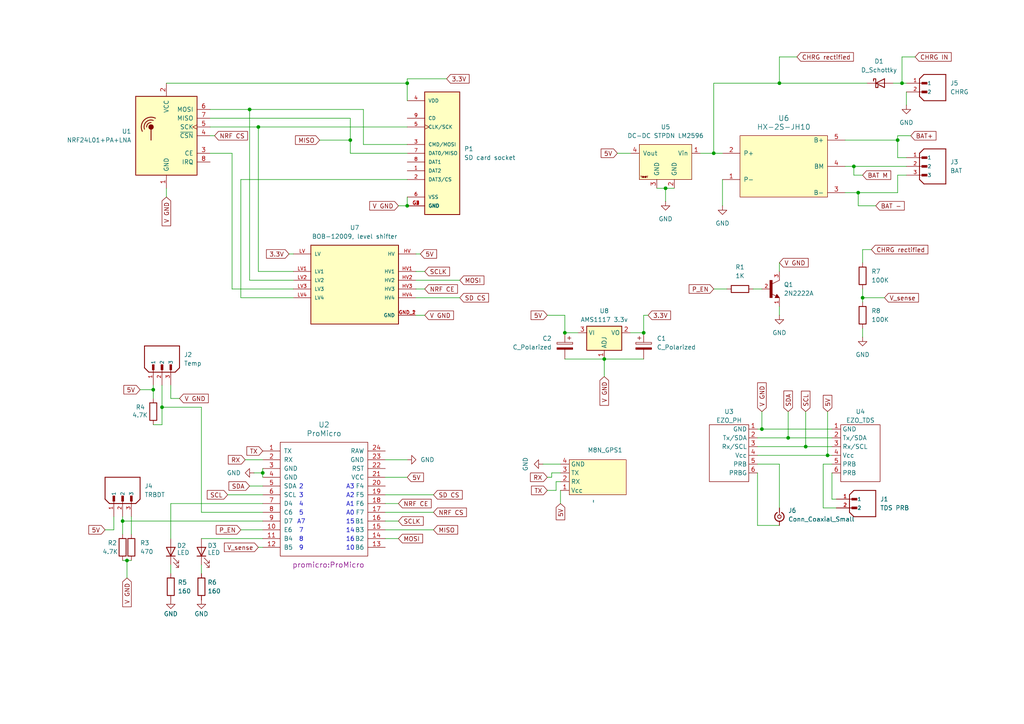
<source format=kicad_sch>
(kicad_sch (version 20231120) (generator "eeschema") (generator_version "8.0")
  (paper "A4")
  (lib_symbols
    (symbol "2N2222A:2N2222A" (pin_names (offset 1.016))
      (property "Reference" "Q" (at -10.16 7.62 0))
      (property "Value" "2N2222A" (at -10.16 -7.62 0))
      (symbol "2N2222A_0_0"
        (rectangle (start -0.254 -2.54) (end 0.508 2.54) (stroke (width 0.1)) (fill (type outline)))
        (polyline (pts (xy 1.54 -2.04) (xy 0.308 -1.424)) (stroke (width 0.1524)))
        (polyline (pts (xy 2.54 2.54) (xy 0.508 1.524)) (stroke (width 0.1524)))
        (polyline (pts (xy 1.27 -2.54) (xy 1.778 -1.524) (xy 2.54 -2.54) (xy 1.27 -2.54)) (stroke (width 0.1524)) (fill (type outline)))
        (pin passive line (at 2.54 -5.08 90) (length 2.54) (name "~") (number "1"))
        (pin passive line (at -2.54 0 0) (length 2.54) (name "~") (number "2"))
        (pin passive line (at 2.54 5.08 270) (length 2.54) (name "~") (number "3"))
      )
    )
    (symbol "B2B-XH-A_LF__SN_:B2B-XH-A_LF__SN_" (pin_names (offset 1.016))
      (property "Reference" "J" (at -2.54 6.35 0))
      (property "Value" "B2B-XH-A_LF__SN_" (at -2.54 -5.08 0))
      (symbol "B2B-XH-A_LF__SN__0_0"
        (rectangle (start -3.175 -0.3175) (end -1.5875 0.3175) (stroke (width 0.1)) (fill (type outline)))
        (rectangle (start -3.175 2.2225) (end -1.5875 2.8575) (stroke (width 0.1)) (fill (type outline)))
        (polyline (pts (xy -3.81 -1.27) (xy -2.54 -2.54)) (stroke (width 0.254)))
        (polyline (pts (xy -3.81 3.81) (xy -3.81 -1.27)) (stroke (width 0.254)))
        (polyline (pts (xy -3.81 3.81) (xy -2.54 5.08)) (stroke (width 0.254)))
        (polyline (pts (xy -2.54 -2.54) (xy 3.81 -2.54)) (stroke (width 0.254)))
        (polyline (pts (xy 3.81 -2.54) (xy 3.81 5.08)) (stroke (width 0.254)))
        (polyline (pts (xy 3.81 5.08) (xy -2.54 5.08)) (stroke (width 0.254)))
        (pin passive line (at -7.62 2.54 0) (length 5.08) (name "1") (number "1"))
        (pin passive line (at -7.62 0 0) (length 5.08) (name "2") (number "2"))
      )
    )
    (symbol "Connector:Conn_Coaxial_Small" (pin_numbers hide) (pin_names (offset 1.016) hide)
      (property "Reference" "J" (at 0.254 3.048 0))
      (property "Value" "Conn_Coaxial_Small" (at 0 -3.81 0))
      (symbol "Conn_Coaxial_Small_0_1"
        (polyline (pts (xy -2.54 0) (xy -0.508 0)))
        (circle (center 0 0) (radius 0.508) (stroke (width 0.2032)))
      )
      (symbol "Conn_Coaxial_Small_1_1"
        (arc (start -1.1916 -0.6311) (mid 0.327 -1.3081) (end 1.3484 0.0039) (stroke (width 0.3048)))
        (arc (start 1.3484 -0.0039) (mid 0.327 1.3081) (end -1.1916 0.6311) (stroke (width 0.3048)))
        (pin passive line (at -2.54 0 0) (length 1.27) (name "In") (number "1"))
        (pin passive line (at 2.54 0 180) (length 1.27) (name "Ext") (number "2"))
      )
    )
    (symbol "Custom Libraries:Ublox_Neo_M8N_GPS"
      (property "Reference" "M8N_GPS" (at 6.604 8.636 0))
      (symbol "Ublox_Neo_M8N_GPS_1_1"
        (rectangle (start 11.43 6.35) (end 1.27 -10.16) (fill (type background)))
        (pin power_in line (at 10.16 -12.7 90) (length 2.54) (name "Vcc") (number "1"))
        (pin input line (at 7.62 -12.7 90) (length 2.54) (name "RX") (number "2"))
        (pin output line (at 5.08 -12.7 90) (length 2.54) (name "TX") (number "3"))
        (pin power_out line (at 2.54 -12.7 90) (length 2.54) (name "GND") (number "4"))
      )
    )
    (symbol "Device:C_Polarized" (pin_numbers hide) (pin_names (offset 0.254))
      (property "Reference" "C" (at 0.635 2.54 0))
      (property "Value" "C_Polarized" (at 0.635 -2.54 0))
      (symbol "C_Polarized_0_1"
        (rectangle (start -2.286 0.508) (end 2.286 1.016))
        (polyline (pts (xy -1.778 2.286) (xy -0.762 2.286)))
        (polyline (pts (xy -1.27 2.794) (xy -1.27 1.778)))
        (rectangle (start 2.286 -0.508) (end -2.286 -1.016) (fill (type outline)))
      )
      (symbol "C_Polarized_1_1"
        (pin passive line (at 0 3.81 270) (length 2.794) (name "~") (number "1"))
        (pin passive line (at 0 -3.81 90) (length 2.794) (name "~") (number "2"))
      )
    )
    (symbol "Device:D_Schottky" (pin_numbers hide) (pin_names (offset 1.016) hide)
      (property "Reference" "D" (at 0 2.54 0))
      (property "Value" "D_Schottky" (at 0 -2.54 0))
      (symbol "D_Schottky_0_1"
        (polyline (pts (xy 1.27 0) (xy -1.27 0)))
        (polyline (pts (xy 1.27 1.27) (xy 1.27 -1.27) (xy -1.27 0) (xy 1.27 1.27)) (stroke (width 0.254)))
        (polyline (pts (xy -1.905 0.635) (xy -1.905 1.27) (xy -1.27 1.27) (xy -1.27 -1.27) (xy -0.635 -1.27) (xy -0.635 -0.635)) (stroke (width 0.254)))
      )
      (symbol "D_Schottky_1_1"
        (pin passive line (at -3.81 0 0) (length 2.54) (name "K") (number "1"))
        (pin passive line (at 3.81 0 180) (length 2.54) (name "A") (number "2"))
      )
    )
    (symbol "Device:LED" (pin_numbers hide) (pin_names (offset 1.016) hide)
      (property "Reference" "D" (at 0 2.54 0))
      (property "Value" "LED" (at 0 -2.54 0))
      (symbol "LED_0_1"
        (polyline (pts (xy -1.27 -1.27) (xy -1.27 1.27)) (stroke (width 0.254)))
        (polyline (pts (xy -1.27 0) (xy 1.27 0)))
        (polyline (pts (xy 1.27 -1.27) (xy 1.27 1.27) (xy -1.27 0) (xy 1.27 -1.27)) (stroke (width 0.254)))
        (polyline (pts (xy -3.048 -0.762) (xy -4.572 -2.286) (xy -3.81 -2.286) (xy -4.572 -2.286) (xy -4.572 -1.524)))
        (polyline (pts (xy -1.778 -0.762) (xy -3.302 -2.286) (xy -2.54 -2.286) (xy -3.302 -2.286) (xy -3.302 -1.524)))
      )
      (symbol "LED_1_1"
        (pin passive line (at -3.81 0 0) (length 2.54) (name "K") (number "1"))
        (pin passive line (at 3.81 0 180) (length 2.54) (name "A") (number "2"))
      )
    )
    (symbol "Device:R" (pin_numbers hide) (pin_names (offset 0))
      (property "Reference" "R" (at 2.032 0 90))
      (property "Value" "R" (at 0 0 90))
      (symbol "R_0_1"
        (rectangle (start -1.016 -2.54) (end 1.016 2.54) (stroke (width 0.254)))
      )
      (symbol "R_1_1"
        (pin passive line (at 0 3.81 270) (length 1.27) (name "~") (number "1"))
        (pin passive line (at 0 -3.81 90) (length 1.27) (name "~") (number "2"))
      )
    )
    (symbol "EZO_PH_1"
      (property "Reference" "U4" (at -3.175 6.35 0))
      (property "Value" "EZO_TDS" (at -3.175 3.81 0))
      (symbol "EZO_PH_1_0_1"
        (rectangle (start -8.89 2.54) (end 2.54 -13.97))
      )
      (symbol "EZO_PH_1_1_1"
        (pin input line (at 5.08 1.27 180) (length 2.54) (name "GND") (number "1"))
        (pin input line (at 5.08 -1.27 180) (length 2.54) (name "Tx/SDA") (number "2"))
        (pin input line (at 5.08 -3.81 180) (length 2.54) (name "Rx/SCL") (number "3"))
        (pin input line (at 5.08 -6.35 180) (length 2.54) (name "Vcc") (number "4"))
        (pin input line (at 5.08 -8.89 180) (length 2.54) (name "PRB") (number "5"))
        (pin input line (at 5.08 -11.43 180) (length 2.54) (name "PRB") (number "6"))
      )
    )
    (symbol "EZO_custom libraries:EZO_PH"
      (property "Reference" "U3" (at -3.175 6.35 0))
      (property "Value" "EZO_PH" (at -3.175 3.81 0))
      (symbol "EZO_PH_0_1"
        (rectangle (start -8.89 2.54) (end 2.54 -13.97))
      )
      (symbol "EZO_PH_1_1"
        (pin input line (at 5.08 1.27 180) (length 2.54) (name "GND") (number "1"))
        (pin input line (at 5.08 -1.27 180) (length 2.54) (name "Tx/SDA") (number "2"))
        (pin input line (at 5.08 -3.81 180) (length 2.54) (name "Rx/SCL") (number "3"))
        (pin input line (at 5.08 -6.35 180) (length 2.54) (name "Vcc") (number "4"))
        (pin input line (at 5.08 -8.89 180) (length 2.54) (name "PRB") (number "5"))
        (pin input line (at 5.08 -11.43 180) (length 2.54) (name "PRBG") (number "6"))
      )
    )
    (symbol "Logic_level_shifter:BOB-12009" (pin_names (offset 1.016))
      (property "Reference" "U" (at -12.7 11.43 0))
      (property "Value" "BOB-12009" (at -12.7 -15.24 0))
      (symbol "BOB-12009_0_0"
        (rectangle (start -12.7 -12.7) (end 12.7 10.16) (stroke (width 0.254)) (fill (type background)))
        (pin power_in line (at 17.78 -10.16 180) (length 5.08) (name "GND") (number "GND_1"))
        (pin power_in line (at 17.78 -10.16 180) (length 5.08) (name "GND") (number "GND_2"))
        (pin bidirectional line (at 17.78 7.62 180) (length 5.08) (name "HV") (number "HV"))
        (pin bidirectional line (at 17.78 2.54 180) (length 5.08) (name "HV1") (number "HV1"))
        (pin bidirectional line (at 17.78 0 180) (length 5.08) (name "HV2") (number "HV2"))
        (pin bidirectional line (at 17.78 -2.54 180) (length 5.08) (name "HV3") (number "HV3"))
        (pin bidirectional line (at 17.78 -5.08 180) (length 5.08) (name "HV4") (number "HV4"))
        (pin bidirectional line (at -17.78 7.62 0) (length 5.08) (name "LV") (number "LV"))
        (pin bidirectional line (at -17.78 2.54 0) (length 5.08) (name "LV1") (number "LV1"))
        (pin bidirectional line (at -17.78 0 0) (length 5.08) (name "LV2") (number "LV2"))
        (pin bidirectional line (at -17.78 -2.54 0) (length 5.08) (name "LV3") (number "LV3"))
        (pin bidirectional line (at -17.78 -5.08 0) (length 5.08) (name "LV4") (number "LV4"))
      )
    )
    (symbol "RF:NRF24L01_Breakout" (pin_names (offset 1.016))
      (property "Reference" "U" (at -8.89 12.7 0))
      (property "Value" "NRF24L01_Breakout" (at 3.81 12.7 0))
      (symbol "NRF24L01_Breakout_0_1"
        (rectangle (start -8.89 11.43) (end 8.89 -11.43) (stroke (width 0.254)) (fill (type background)))
        (polyline (pts (xy 4.445 1.905) (xy 4.445 -1.27)) (stroke (width 0.254)))
        (circle (center 4.445 2.54) (radius 0.635) (stroke (width 0.254)) (fill (type outline)))
        (arc (start 5.715 2.54) (mid 5.3521 3.4546) (end 4.445 3.81) (stroke (width 0.254)))
        (arc (start 6.35 1.905) (mid 5.8763 3.9854) (end 3.81 4.445) (stroke (width 0.254)))
        (arc (start 6.985 1.27) (mid 6.453 4.548) (end 3.175 5.08) (stroke (width 0.254)))
      )
      (symbol "NRF24L01_Breakout_1_1"
        (pin power_in line (at 0 -15.24 90) (length 3.81) (name "GND") (number "1"))
        (pin power_in line (at 0 15.24 270) (length 3.81) (name "VCC") (number "2"))
        (pin input line (at -12.7 -5.08 0) (length 3.81) (name "CE") (number "3"))
        (pin input line (at -12.7 0 0) (length 3.81) (name "~{CSN}") (number "4"))
        (pin input clock (at -12.7 2.54 0) (length 3.81) (name "SCK") (number "5"))
        (pin input line (at -12.7 7.62 0) (length 3.81) (name "MOSI") (number "6"))
        (pin output line (at -12.7 5.08 0) (length 3.81) (name "MISO") (number "7"))
        (pin output line (at -12.7 -7.62 0) (length 3.81) (name "IRQ") (number "8"))
      )
    )
    (symbol "Regulator_Linear:AMS1117"
      (property "Reference" "U" (at -3.81 3.175 0))
      (property "Value" "AMS1117" (at 0 3.175 0))
      (symbol "AMS1117_0_1"
        (rectangle (start -5.08 -5.08) (end 5.08 1.905) (stroke (width 0.254)) (fill (type background)))
      )
      (symbol "AMS1117_1_1"
        (pin input line (at 0 -7.62 90) (length 2.54) (name "ADJ") (number "1"))
        (pin power_out line (at 7.62 0 180) (length 2.54) (name "VO") (number "2"))
        (pin power_in line (at -7.62 0 0) (length 2.54) (name "VI") (number "3"))
      )
    )
    (symbol "ST-TF-003A:ST-TF-003A" (pin_names (offset 1.016))
      (property "Reference" "P1" (at 11.43 1.2701 0))
      (property "Value" "SD card socket" (at 11.43 -1.2699 0))
      (symbol "ST-TF-003A_0_0"
        (rectangle (start 0 -17.78) (end 10.16 17.78) (stroke (width 0.254)) (fill (type background)))
        (pin bidirectional line (at -5.08 -5.08 0) (length 5.08) (name "DAT2") (number "1"))
        (pin power_in line (at -5.08 15.24 0) (length 5.08) (name "VDD") (number "4"))
        (pin passive line (at -5.08 -12.7 0) (length 5.08) (name "VSS") (number "6"))
        (pin bidirectional line (at -5.08 -2.54 0) (length 5.08) (name "DAT1") (number "8"))
        (pin input line (at -5.08 10.16 0) (length 5.08) (name "CD") (number "9"))
        (pin passive line (at -5.08 -15.24 0) (length 5.08) (name "GND") (number "G3"))
        (pin passive line (at -5.08 -15.24 0) (length 5.08) (name "GND") (number "G4"))
      )
      (symbol "ST-TF-003A_1_0"
        (pin bidirectional line (at -5.08 -7.62 0) (length 5.08) (name "DAT3/CS") (number "2"))
        (pin bidirectional line (at -5.08 2.54 0) (length 5.08) (name "CMD/MOSI") (number "3"))
        (pin input clock (at -5.08 7.62 0) (length 5.08) (name "CLK/SCK") (number "5"))
        (pin bidirectional line (at -5.08 0 0) (length 5.08) (name "DAT0/MISO") (number "7"))
        (pin passive line (at -5.08 -15.24 0) (length 5.08) (name "GND") (number "G1"))
        (pin passive line (at -5.08 -15.24 0) (length 5.08) (name "GND") (number "G2"))
      )
    )
    (symbol "XH2.54:B3B-XH-A_LF__SN_" (pin_names (offset 1.016))
      (property "Reference" "J" (at -2.54 6.35 0))
      (property "Value" "B3B-XH-A_LF__SN_" (at -2.54 -7.62 0))
      (symbol "B3B-XH-A_LF__SN__0_0"
        (rectangle (start -3.175 -2.8575) (end -1.5875 -2.2225) (stroke (width 0.1)) (fill (type outline)))
        (rectangle (start -3.175 -0.3175) (end -1.5875 0.3175) (stroke (width 0.1)) (fill (type outline)))
        (rectangle (start -3.175 2.2225) (end -1.5875 2.8575) (stroke (width 0.1)) (fill (type outline)))
        (polyline (pts (xy -3.81 -3.81) (xy -2.54 -5.08)) (stroke (width 0.254)))
        (polyline (pts (xy -3.81 3.81) (xy -3.81 -3.81)) (stroke (width 0.254)))
        (polyline (pts (xy -3.81 3.81) (xy -2.54 5.08)) (stroke (width 0.254)))
        (polyline (pts (xy -2.54 -5.08) (xy 3.81 -5.08)) (stroke (width 0.254)))
        (polyline (pts (xy 3.81 -5.08) (xy 3.81 5.08)) (stroke (width 0.254)))
        (polyline (pts (xy 3.81 5.08) (xy -2.54 5.08)) (stroke (width 0.254)))
        (pin passive line (at -7.62 2.54 0) (length 5.08) (name "1") (number "1"))
        (pin passive line (at -7.62 0 0) (length 5.08) (name "2") (number "2"))
        (pin passive line (at -7.62 -2.54 0) (length 5.08) (name "3") (number "3"))
      )
    )
    (symbol "megasaturnv_custom_components:HX-2S-JH10" (pin_names (offset 1.016))
      (property "Reference" "U" (at 0 -1.27 0))
      (property "Value" "HX-2S-JH10" (at 0 1.27 0))
      (symbol "HX-2S-JH10_0_1"
        (rectangle (start -12.7 8.89) (end 12.7 -8.89) (fill (type background)))
      )
      (symbol "HX-2S-JH10_1_1"
        (pin power_out line (at -17.78 -3.81 0) (length 5.08) (name "P-") (number "1"))
        (pin power_in line (at -17.78 3.81 0) (length 5.08) (name "P+") (number "2"))
        (pin power_out line (at 17.78 -7.62 180) (length 5.08) (name "B-") (number "3"))
        (pin power_in line (at 17.78 0 180) (length 5.08) (name "BM") (number "4"))
        (pin power_in line (at 17.78 7.62 180) (length 5.08) (name "B+") (number "5"))
      )
    )
    (symbol "power:GND" (power) (pin_numbers hide) (pin_names (offset 0) hide)
      (property "Value" "GND" (at 0 -3.81 0))
      (symbol "GND_0_1"
        (polyline (pts (xy 0 0) (xy 0 -1.27) (xy 1.27 -1.27) (xy 0 -2.54) (xy -1.27 -1.27) (xy 0 -1.27)))
      )
      (symbol "GND_1_1"
        (pin power_in line (at 0 0 270) (length 0) (name "~") (number "1"))
      )
    )
    (symbol "promicro:ProMicro" (pin_names (offset 1.016))
      (property "Reference" "U" (at 0 24.13 0))
      (property "Value" "ProMicro" (at 0 -13.97 0))
      (symbol "ProMicro_0_1"
        (rectangle (start -12.7 21.59) (end 12.7 -11.43))
      )
      (symbol "ProMicro_1_1"
        (pin bidirectional line (at -17.78 19.05 0) (length 5.08) (name "TX") (number "1"))
        (pin bidirectional line (at -17.78 -3.81 0) (length 5.08) (name "E6") (number "10"))
        (pin bidirectional line (at -17.78 -6.35 0) (length 5.08) (name "B4") (number "11"))
        (pin bidirectional line (at -17.78 -8.89 0) (length 5.08) (name "B5") (number "12"))
        (pin bidirectional line (at 17.78 -8.89 180) (length 5.08) (name "B6") (number "13"))
        (pin bidirectional line (at 17.78 -6.35 180) (length 5.08) (name "B2") (number "14"))
        (pin bidirectional line (at 17.78 -3.81 180) (length 5.08) (name "B3") (number "15"))
        (pin bidirectional line (at 17.78 -1.27 180) (length 5.08) (name "B1") (number "16"))
        (pin bidirectional line (at 17.78 1.27 180) (length 5.08) (name "F7") (number "17"))
        (pin bidirectional line (at 17.78 3.81 180) (length 5.08) (name "F6") (number "18"))
        (pin bidirectional line (at 17.78 6.35 180) (length 5.08) (name "F5") (number "19"))
        (pin bidirectional line (at -17.78 16.51 0) (length 5.08) (name "RX") (number "2"))
        (pin bidirectional line (at 17.78 8.89 180) (length 5.08) (name "F4") (number "20"))
        (pin power_in line (at 17.78 11.43 180) (length 5.08) (name "VCC") (number "21"))
        (pin input line (at 17.78 13.97 180) (length 5.08) (name "RST") (number "22"))
        (pin power_in line (at 17.78 16.51 180) (length 5.08) (name "GND") (number "23"))
        (pin power_out line (at 17.78 19.05 180) (length 5.08) (name "RAW") (number "24"))
        (pin power_in line (at -17.78 13.97 0) (length 5.08) (name "GND") (number "3"))
        (pin power_in line (at -17.78 11.43 0) (length 5.08) (name "GND") (number "4"))
        (pin bidirectional line (at -17.78 8.89 0) (length 5.08) (name "SDA") (number "5"))
        (pin bidirectional line (at -17.78 6.35 0) (length 5.08) (name "SCL") (number "6"))
        (pin bidirectional line (at -17.78 3.81 0) (length 5.08) (name "D4") (number "7"))
        (pin bidirectional line (at -17.78 1.27 0) (length 5.08) (name "C6") (number "8"))
        (pin bidirectional line (at -17.78 -1.27 0) (length 5.08) (name "D7") (number "9"))
      )
    )
    (symbol "yaaj_dcdc_stepdown_lm2596:YAAJ_DCDC_StepDown_LM2596" (pin_names (offset 1.016))
      (property "Reference" "U" (at -5.08 6.35 0))
      (property "Value" "YAAJ_DCDC_StepDown_LM2596" (at 0 11.43 0))
      (symbol "YAAJ_DCDC_StepDown_LM2596_0_1"
        (rectangle (start -7.62 5.08) (end 7.62 -5.08) (fill (type background)))
      )
      (symbol "YAAJ_DCDC_StepDown_LM2596_1_1"
        (text "Y@@V" (at 6.1976 -4.2672 0) (effects (font (size 0.508 0.508))))
        (pin power_in line (at -10.16 2.54 0) (length 2.54) (name "Vin") (number "1"))
        (pin power_in line (at -2.54 -7.62 90) (length 2.54) (name "GND") (number "2"))
        (pin power_in line (at 2.54 -7.62 90) (length 2.54) (name "GND") (number "3"))
        (pin power_out line (at 10.16 2.54 180) (length 2.54) (name "Vout") (number "4"))
      )
    )
  )
  (junction (at 76.2 137.16))
  (junction (at 44.45 113.03))
  (junction (at 207.01 44.45))
  (junction (at 240.03 132.08))
  (junction (at 36.83 162.56))
  (junction (at 260.35 40.64))
  (junction (at 118.11 59.69))
  (junction (at 163.83 96.52))
  (junction (at 233.68 129.54))
  (junction (at 101.6 40.64))
  (junction (at 35.56 151.13))
  (junction (at 193.04 54.61))
  (junction (at 228.6 127))
  (junction (at 226.06 24.13))
  (junction (at 220.98 124.46))
  (junction (at 74.93 36.83))
  (junction (at 118.11 24.13))
  (junction (at 186.69 96.52))
  (junction (at 261.62 24.13))
  (junction (at 46.99 118.11))
  (junction (at 247.65 48.26))
  (junction (at 72.39 31.75))
  (junction (at 250.19 86.36))
  (junction (at 248.92 55.88))
  (junction (at 175.26 104.14))
  (wire (pts (xy 58.42 118.11) (xy 46.99 118.11)))
  (wire (pts (xy 58.42 148.59) (xy 58.42 118.11)))
  (wire (pts (xy 228.6 119.38) (xy 228.6 127)))
  (wire (pts (xy 67.31 83.82) (xy 85.09 83.82)))
  (wire (pts (xy 207.01 44.45) (xy 209.55 44.45)))
  (wire (pts (xy 220.98 119.38) (xy 220.98 124.46)))
  (wire (pts (xy 76.2 146.05) (xy 49.53 146.05)))
  (wire (pts (xy 44.45 111.76) (xy 44.45 113.03)))
  (wire (pts (xy 190.5 54.61) (xy 193.04 54.61)))
  (wire (pts (xy 36.83 162.56) (xy 38.1 162.56)))
  (wire (pts (xy 161.29 139.7) (xy 161.29 142.24)))
  (wire (pts (xy 226.06 134.62) (xy 226.06 147.32)))
  (wire (pts (xy 72.39 81.28) (xy 72.39 31.75)))
  (wire (pts (xy 161.29 142.24) (xy 158.75 142.24)))
  (wire (pts (xy 219.71 127) (xy 228.6 127)))
  (wire (pts (xy 259.08 24.13) (xy 261.62 24.13)))
  (wire (pts (xy 74.93 158.75) (xy 76.2 158.75)))
  (wire (pts (xy 76.2 137.16) (xy 76.2 138.43)))
  (wire (pts (xy 33.02 149.86) (xy 33.02 153.67)))
  (wire (pts (xy 44.45 123.19) (xy 46.99 123.19)))
  (wire (pts (xy 101.6 44.45) (xy 118.11 44.45)))
  (wire (pts (xy 238.76 147.32) (xy 238.76 134.62)))
  (wire (pts (xy 219.71 137.16) (xy 219.71 152.4)))
  (wire (pts (xy 226.06 16.51) (xy 226.06 24.13)))
  (wire (pts (xy 111.76 133.35) (xy 118.11 133.35)))
  (wire (pts (xy 207.01 24.13) (xy 207.01 44.45)))
  (wire (pts (xy 260.35 40.64) (xy 245.11 40.64)))
  (wire (pts (xy 85.09 78.74) (xy 74.93 78.74)))
  (wire (pts (xy 163.83 96.52) (xy 167.64 96.52)))
  (wire (pts (xy 35.56 149.86) (xy 35.56 151.13)))
  (wire (pts (xy 219.71 129.54) (xy 233.68 129.54)))
  (wire (pts (xy 260.35 39.37) (xy 260.35 40.64)))
  (wire (pts (xy 74.93 36.83) (xy 118.11 36.83)))
  (wire (pts (xy 118.11 57.15) (xy 118.11 59.69)))
  (wire (pts (xy 233.68 129.54) (xy 241.3 129.54)))
  (wire (pts (xy 250.19 83.82) (xy 250.19 86.36)))
  (wire (pts (xy 48.26 54.61) (xy 48.26 57.15)))
  (wire (pts (xy 118.11 22.86) (xy 118.11 24.13)))
  (wire (pts (xy 261.62 16.51) (xy 261.62 24.13)))
  (wire (pts (xy 101.6 34.29) (xy 101.6 40.64)))
  (wire (pts (xy 60.96 34.29) (xy 101.6 34.29)))
  (wire (pts (xy 218.44 83.82) (xy 220.98 83.82)))
  (wire (pts (xy 36.83 162.56) (xy 36.83 167.64)))
  (wire (pts (xy 120.65 86.36) (xy 133.35 86.36)))
  (wire (pts (xy 67.31 44.45) (xy 67.31 83.82)))
  (wire (pts (xy 92.71 40.64) (xy 101.6 40.64)))
  (wire (pts (xy 240.03 119.38) (xy 240.03 132.08)))
  (wire (pts (xy 179.07 44.45) (xy 182.88 44.45)))
  (wire (pts (xy 44.45 113.03) (xy 44.45 115.57)))
  (wire (pts (xy 49.53 111.76) (xy 49.53 115.57)))
  (wire (pts (xy 219.71 132.08) (xy 240.03 132.08)))
  (wire (pts (xy 226.06 24.13) (xy 207.01 24.13)))
  (wire (pts (xy 111.76 146.05) (xy 115.57 146.05)))
  (wire (pts (xy 163.83 91.44) (xy 163.83 96.52)))
  (wire (pts (xy 162.56 139.7) (xy 161.29 139.7)))
  (wire (pts (xy 111.76 156.21) (xy 115.57 156.21)))
  (wire (pts (xy 260.35 55.88) (xy 248.92 55.88)))
  (wire (pts (xy 209.55 52.07) (xy 209.55 59.69)))
  (wire (pts (xy 111.76 143.51) (xy 125.73 143.51)))
  (wire (pts (xy 120.65 81.28) (xy 133.35 81.28)))
  (wire (pts (xy 48.26 24.13) (xy 118.11 24.13)))
  (wire (pts (xy 69.85 52.07) (xy 69.85 86.36)))
  (wire (pts (xy 49.53 163.83) (xy 49.53 166.37)))
  (wire (pts (xy 162.56 134.62) (xy 157.48 134.62)))
  (wire (pts (xy 186.69 91.44) (xy 186.69 96.52)))
  (wire (pts (xy 72.39 31.75) (xy 60.96 31.75)))
  (wire (pts (xy 241.3 137.16) (xy 241.3 144.78)))
  (wire (pts (xy 193.04 54.61) (xy 193.04 58.42)))
  (wire (pts (xy 60.96 44.45) (xy 67.31 44.45)))
  (wire (pts (xy 251.46 24.13) (xy 226.06 24.13)))
  (wire (pts (xy 233.68 119.38) (xy 233.68 129.54)))
  (wire (pts (xy 120.65 78.74) (xy 123.19 78.74)))
  (wire (pts (xy 182.88 96.52) (xy 186.69 96.52)))
  (wire (pts (xy 71.12 133.35) (xy 76.2 133.35)))
  (wire (pts (xy 247.65 50.8) (xy 247.65 48.26)))
  (wire (pts (xy 260.35 45.72) (xy 260.35 40.64)))
  (wire (pts (xy 120.65 73.66) (xy 121.92 73.66)))
  (wire (pts (xy 60.96 39.37) (xy 62.23 39.37)))
  (wire (pts (xy 76.2 148.59) (xy 58.42 148.59)))
  (wire (pts (xy 248.92 55.88) (xy 245.11 55.88)))
  (wire (pts (xy 58.42 156.21) (xy 76.2 156.21)))
  (wire (pts (xy 46.99 123.19) (xy 46.99 118.11)))
  (wire (pts (xy 101.6 40.64) (xy 101.6 44.45)))
  (wire (pts (xy 72.39 140.97) (xy 76.2 140.97)))
  (wire (pts (xy 250.19 86.36) (xy 250.19 87.63)))
  (wire (pts (xy 226.06 76.2) (xy 226.06 78.74)))
  (wire (pts (xy 175.26 104.14) (xy 175.26 109.22)))
  (wire (pts (xy 228.6 127) (xy 241.3 127)))
  (wire (pts (xy 219.71 152.4) (xy 226.06 152.4)))
  (wire (pts (xy 46.99 118.11) (xy 46.99 111.76)))
  (wire (pts (xy 120.65 91.44) (xy 123.19 91.44)))
  (wire (pts (xy 238.76 134.62) (xy 241.3 134.62)))
  (wire (pts (xy 49.53 115.57) (xy 52.07 115.57)))
  (wire (pts (xy 105.41 31.75) (xy 72.39 31.75)))
  (wire (pts (xy 207.01 83.82) (xy 210.82 83.82)))
  (wire (pts (xy 118.11 52.07) (xy 69.85 52.07)))
  (wire (pts (xy 261.62 24.13) (xy 262.89 24.13)))
  (wire (pts (xy 245.11 48.26) (xy 247.65 48.26)))
  (wire (pts (xy 193.04 54.61) (xy 195.58 54.61)))
  (wire (pts (xy 264.16 39.37) (xy 260.35 39.37)))
  (wire (pts (xy 162.56 137.16) (xy 160.02 137.16)))
  (wire (pts (xy 240.03 132.08) (xy 241.3 132.08)))
  (wire (pts (xy 163.83 104.14) (xy 175.26 104.14)))
  (wire (pts (xy 250.19 72.39) (xy 250.19 76.2)))
  (wire (pts (xy 262.89 45.72) (xy 260.35 45.72)))
  (wire (pts (xy 254 59.69) (xy 248.92 59.69)))
  (wire (pts (xy 175.26 104.14) (xy 186.69 104.14)))
  (wire (pts (xy 76.2 135.89) (xy 76.2 137.16)))
  (wire (pts (xy 250.19 95.25) (xy 250.19 97.79)))
  (wire (pts (xy 83.82 73.66) (xy 85.09 73.66)))
  (wire (pts (xy 203.2 44.45) (xy 207.01 44.45)))
  (wire (pts (xy 158.75 91.44) (xy 163.83 91.44)))
  (wire (pts (xy 219.71 124.46) (xy 220.98 124.46)))
  (wire (pts (xy 73.66 137.16) (xy 76.2 137.16)))
  (wire (pts (xy 247.65 48.26) (xy 262.89 48.26)))
  (wire (pts (xy 118.11 41.91) (xy 105.41 41.91)))
  (wire (pts (xy 69.85 153.67) (xy 76.2 153.67)))
  (wire (pts (xy 35.56 151.13) (xy 35.56 154.94)))
  (wire (pts (xy 74.93 78.74) (xy 74.93 36.83)))
  (wire (pts (xy 260.35 50.8) (xy 262.89 50.8)))
  (wire (pts (xy 35.56 162.56) (xy 36.83 162.56)))
  (wire (pts (xy 69.85 86.36) (xy 85.09 86.36)))
  (wire (pts (xy 160.02 137.16) (xy 160.02 138.43)))
  (wire (pts (xy 35.56 151.13) (xy 76.2 151.13)))
  (wire (pts (xy 38.1 149.86) (xy 38.1 154.94)))
  (wire (pts (xy 85.09 81.28) (xy 72.39 81.28)))
  (wire (pts (xy 162.56 142.24) (xy 162.56 146.05)))
  (wire (pts (xy 115.57 151.13) (xy 111.76 151.13)))
  (wire (pts (xy 262.89 26.67) (xy 262.89 30.48)))
  (wire (pts (xy 105.41 41.91) (xy 105.41 31.75)))
  (wire (pts (xy 111.76 153.67) (xy 125.73 153.67)))
  (wire (pts (xy 129.54 22.86) (xy 118.11 22.86)))
  (wire (pts (xy 60.96 36.83) (xy 74.93 36.83)))
  (wire (pts (xy 160.02 138.43) (xy 158.75 138.43)))
  (wire (pts (xy 231.14 16.51) (xy 226.06 16.51)))
  (wire (pts (xy 252.73 72.39) (xy 250.19 72.39)))
  (wire (pts (xy 250.19 50.8) (xy 247.65 50.8)))
  (wire (pts (xy 58.42 163.83) (xy 58.42 166.37)))
  (wire (pts (xy 241.3 144.78) (xy 242.57 144.78)))
  (wire (pts (xy 219.71 134.62) (xy 226.06 134.62)))
  (wire (pts (xy 111.76 148.59) (xy 125.73 148.59)))
  (wire (pts (xy 265.43 16.51) (xy 261.62 16.51)))
  (wire (pts (xy 49.53 146.05) (xy 49.53 156.21)))
  (wire (pts (xy 33.02 153.67) (xy 30.48 153.67)))
  (wire (pts (xy 260.35 55.88) (xy 260.35 50.8)))
  (wire (pts (xy 248.92 59.69) (xy 248.92 55.88)))
  (wire (pts (xy 111.76 138.43) (xy 118.11 138.43)))
  (wire (pts (xy 66.04 143.51) (xy 76.2 143.51)))
  (wire (pts (xy 120.65 83.82) (xy 123.19 83.82)))
  (wire (pts (xy 242.57 147.32) (xy 238.76 147.32)))
  (wire (pts (xy 187.96 91.44) (xy 186.69 91.44)))
  (wire (pts (xy 115.57 59.69) (xy 118.11 59.69)))
  (wire (pts (xy 220.98 124.46) (xy 241.3 124.46)))
  (wire (pts (xy 118.11 24.13) (xy 118.11 29.21)))
  (wire (pts (xy 250.19 86.36) (xy 256.54 86.36)))
  (wire (pts (xy 226.06 88.9) (xy 226.06 91.44)))
  (wire (pts (xy 40.64 113.03) (xy 44.45 113.03)))
  (text "A7" (at 87.376 151.384 0) (effects (font (size 1.27 1.27))))
  (text "A1" (at 101.6 146.304 0) (effects (font (size 1.27 1.27))))
  (text "A2" (at 101.6 143.764 0) (effects (font (size 1.27 1.27))))
  (text "14" (at 101.6 153.924 0) (effects (font (size 1.27 1.27))))
  (text "4" (at 87.376 146.304 0) (effects (font (size 1.27 1.27))))
  (text "3" (at 87.376 143.764 0) (effects (font (size 1.27 1.27))))
  (text "9" (at 87.376 159.004 0) (effects (font (size 1.27 1.27))))
  (text "A0" (at 101.6 148.844 0) (effects (font (size 1.27 1.27))))
  (text "7" (at 87.376 153.924 0) (effects (font (size 1.27 1.27))))
  (text "8" (at 87.376 156.464 0) (effects (font (size 1.27 1.27))))
  (text "2" (at 87.376 141.224 0) (effects (font (size 1.27 1.27))))
  (text "5" (at 87.376 148.844 0) (effects (font (size 1.27 1.27))))
  (text "15" (at 101.6 151.384 0) (effects (font (size 1.27 1.27))))
  (text "10" (at 101.6 159.004 0) (effects (font (size 1.27 1.27))))
  (text "16" (at 101.6 156.464 0) (effects (font (size 1.27 1.27))))
  (text "A3" (at 101.6 141.224 0) (effects (font (size 1.27 1.27))))
  (global_label "BAT+" (shape input) (at 264.16 39.37 0) (property "Intersheetrefs" "${INTERSHEET_REFS}" (effects (hide yes))))
  (global_label "BAT -" (shape input) (at 254 59.69 0) (property "Intersheetrefs" "${INTERSHEET_REFS}" (effects (hide yes))))
  (global_label "V_sense" (shape input) (at 256.54 86.36 0) (property "Intersheetrefs" "${INTERSHEET_REFS}" (effects (hide yes))))
  (global_label "V_sense" (shape input) (at 74.93 158.75 180) (property "Intersheetrefs" "${INTERSHEET_REFS}" (effects (hide yes))))
  (global_label "V GND" (shape input) (at 36.83 167.64 270) (property "Intersheetrefs" "${INTERSHEET_REFS}" (effects (hide yes))))
  (global_label "SCL" (shape input) (at 66.04 143.51 180) (property "Intersheetrefs" "${INTERSHEET_REFS}" (effects (hide yes))))
  (global_label "RX" (shape input) (at 71.12 133.35 180) (property "Intersheetrefs" "${INTERSHEET_REFS}" (effects (hide yes))))
  (global_label "RX" (shape input) (at 158.75 138.43 180) (property "Intersheetrefs" "${INTERSHEET_REFS}" (effects (hide yes))))
  (global_label "CHRG rectified" (shape input) (at 231.14 16.51 0) (property "Intersheetrefs" "${INTERSHEET_REFS}" (effects (hide yes))))
  (global_label "SDA" (shape input) (at 72.39 140.97 180) (property "Intersheetrefs" "${INTERSHEET_REFS}" (effects (hide yes))))
  (global_label "5V" (shape input) (at 179.07 44.45 180) (property "Intersheetrefs" "${INTERSHEET_REFS}" (effects (hide yes))))
  (global_label "TX" (shape input) (at 76.2 130.81 180) (property "Intersheetrefs" "${INTERSHEET_REFS}" (effects (hide yes))))
  (global_label "MISO" (shape input) (at 125.73 153.67 0) (property "Intersheetrefs" "${INTERSHEET_REFS}" (effects (hide yes))))
  (global_label "SD CS" (shape input) (at 125.73 143.51 0) (property "Intersheetrefs" "${INTERSHEET_REFS}" (effects (hide yes))))
  (global_label "5V" (shape input) (at 118.11 138.43 0) (property "Intersheetrefs" "${INTERSHEET_REFS}" (effects (hide yes))))
  (global_label "TX" (shape input) (at 158.75 142.24 180) (property "Intersheetrefs" "${INTERSHEET_REFS}" (effects (hide yes))))
  (global_label "5V" (shape input) (at 240.03 119.38 90) (property "Intersheetrefs" "${INTERSHEET_REFS}" (effects (hide yes))))
  (global_label "MOSI" (shape input) (at 133.35 81.28 0) (property "Intersheetrefs" "${INTERSHEET_REFS}" (effects (hide yes))))
  (global_label "P_EN" (shape input) (at 69.85 153.67 180) (property "Intersheetrefs" "${INTERSHEET_REFS}" (effects (hide yes))))
  (global_label "V GND" (shape input) (at 175.26 109.22 270) (property "Intersheetrefs" "${INTERSHEET_REFS}" (effects (hide yes))))
  (global_label "MOSI" (shape input) (at 115.57 156.21 0) (property "Intersheetrefs" "${INTERSHEET_REFS}" (effects (hide yes))))
  (global_label "SD CS" (shape input) (at 133.35 86.36 0) (property "Intersheetrefs" "${INTERSHEET_REFS}" (effects (hide yes))))
  (global_label "5V" (shape input) (at 162.56 146.05 270) (property "Intersheetrefs" "${INTERSHEET_REFS}" (effects (hide yes))))
  (global_label "V GND" (shape input) (at 220.98 119.38 90) (property "Intersheetrefs" "${INTERSHEET_REFS}" (effects (hide yes))))
  (global_label "SCL" (shape input) (at 233.68 119.38 90) (property "Intersheetrefs" "${INTERSHEET_REFS}" (effects (hide yes))))
  (global_label "NRF CE" (shape input) (at 123.19 83.82 0) (property "Intersheetrefs" "${INTERSHEET_REFS}" (effects (hide yes))))
  (global_label "V GND" (shape input) (at 115.57 59.69 180) (property "Intersheetrefs" "${INTERSHEET_REFS}" (effects (hide yes))))
  (global_label "SCLK" (shape input) (at 115.57 151.13 0) (property "Intersheetrefs" "${INTERSHEET_REFS}" (effects (hide yes))))
  (global_label "V GND" (shape input) (at 226.06 76.2 0) (property "Intersheetrefs" "${INTERSHEET_REFS}" (effects (hide yes))))
  (global_label "V GND" (shape input) (at 52.07 115.57 0) (property "Intersheetrefs" "${INTERSHEET_REFS}" (effects (hide yes))))
  (global_label "MISO" (shape input) (at 92.71 40.64 180) (property "Intersheetrefs" "${INTERSHEET_REFS}" (effects (hide yes))))
  (global_label "BAT M" (shape input) (at 250.19 50.8 0) (property "Intersheetrefs" "${INTERSHEET_REFS}" (effects (hide yes))))
  (global_label "NRF CS" (shape input) (at 125.73 148.59 0) (property "Intersheetrefs" "${INTERSHEET_REFS}" (effects (hide yes))))
  (global_label "5V" (shape input) (at 158.75 91.44 180) (property "Intersheetrefs" "${INTERSHEET_REFS}" (effects (hide yes))))
  (global_label "CHRG rectified" (shape input) (at 252.73 72.39 0) (property "Intersheetrefs" "${INTERSHEET_REFS}" (effects (hide yes))))
  (global_label "P_EN" (shape input) (at 207.01 83.82 180) (property "Intersheetrefs" "${INTERSHEET_REFS}" (effects (hide yes))))
  (global_label "SCLK" (shape input) (at 123.19 78.74 0) (property "Intersheetrefs" "${INTERSHEET_REFS}" (effects (hide yes))))
  (global_label "V GND" (shape input) (at 48.26 57.15 270) (property "Intersheetrefs" "${INTERSHEET_REFS}" (effects (hide yes))))
  (global_label "V GND" (shape input) (at 123.19 91.44 0) (property "Intersheetrefs" "${INTERSHEET_REFS}" (effects (hide yes))))
  (global_label "NRF CS" (shape input) (at 62.23 39.37 0) (property "Intersheetrefs" "${INTERSHEET_REFS}" (effects (hide yes))))
  (global_label "CHRG IN" (shape input) (at 265.43 16.51 0) (property "Intersheetrefs" "${INTERSHEET_REFS}" (effects (hide yes))))
  (global_label "5V" (shape input) (at 30.48 153.67 180) (property "Intersheetrefs" "${INTERSHEET_REFS}" (effects (hide yes))))
  (global_label "5V" (shape input) (at 121.92 73.66 0) (property "Intersheetrefs" "${INTERSHEET_REFS}" (effects (hide yes))))
  (global_label "3.3V" (shape input) (at 83.82 73.66 180) (property "Intersheetrefs" "${INTERSHEET_REFS}" (effects (hide yes))))
  (global_label "3.3V" (shape input) (at 187.96 91.44 0) (property "Intersheetrefs" "${INTERSHEET_REFS}" (effects (hide yes))))
  (global_label "5V" (shape input) (at 40.64 113.03 180) (property "Intersheetrefs" "${INTERSHEET_REFS}" (effects (hide yes))))
  (global_label "SDA" (shape input) (at 228.6 119.38 90) (property "Intersheetrefs" "${INTERSHEET_REFS}" (effects (hide yes))))
  (global_label "NRF CE" (shape input) (at 115.57 146.05 0) (property "Intersheetrefs" "${INTERSHEET_REFS}" (effects (hide yes))))
  (global_label "3.3V" (shape input) (at 129.54 22.86 0) (property "Intersheetrefs" "${INTERSHEET_REFS}" (effects (hide yes))))
  (symbol (lib_id "power:GND") (at 157.48 134.62 270) (unit 1)
    (property "Reference" "#PWR07" (effects (hide yes)))
    (property "Value" "GND" (at 152.4 134.62 0))
    (property "Description" "Power symbol creates a global label with name \"GND\" , ground" (effects (hide yes)))
  )
  (symbol (lib_id "Logic_level_shifter:BOB-12009") (at 102.87 81.28 0) (unit 1)
    (property "Reference" "U7" (at 102.87 66.04 0))
    (property "Value" "BOB-12009, level shifter" (at 102.87 68.58 0))
    (property "Footprint" "Logic level shifter:Logic_level_shifter" (effects (hide yes)))
    (property "MF" "SparkFun" (effects (hide yes)))
    (property "MAXIMUM_PACKAGE_HEIGHT" "N/A" (effects (hide yes)))
    (property "Package" "None" (effects (hide yes)))
    (property "Price" "None" (effects (hide yes)))
    (property "Check_prices" "https://www.snapeda.com/parts/BOB-12009/SparkFun+Electronics/view-part/?ref=eda" (effects (hide yes)))
    (property "STANDARD" "Manufacturer Recommendations" (effects (hide yes)))
    (property "PARTREV" "01" (effects (hide yes)))
    (property "SnapEDA_Link" "https://www.snapeda.com/parts/BOB-12009/SparkFun+Electronics/view-part/?ref=snap" (effects (hide yes)))
    (property "MP" "BOB-12009" (effects (hide yes)))
    (property "Purchase-URL" "https://www.snapeda.com/api/url_track_click_mouser/?unipart_id=551764&manufacturer=SparkFun&part_name=BOB-12009&search_term=None" (effects (hide yes)))
    (property "Description_1" "\nBSS138 - Logic-Level Translator Interface Evaluation Board\n" (effects (hide yes)))
    (property "Availability" "In Stock" (effects (hide yes)))
    (property "MANUFACTURER" "SparkFun Electronics" (effects (hide yes)))
  )
  (symbol (lib_id "Device:R") (at 49.53 170.18 0) (unit 1)
    (property "Reference" "R5" (at 51.562 168.9099 0) (effects (justify left)))
    (property "Value" "160" (at 51.562 171.4499 0) (effects (justify left)))
    (property "Footprint" "Resistor_THT:R_Axial_DIN0204_L3.6mm_D1.6mm_P7.62mm_Horizontal" (effects (hide yes)))
    (property "Description" "Resistor" (effects (hide yes)))
  )
  (symbol (lib_id "Device:LED") (at 49.53 160.02 90) (unit 1)
    (property "Reference" "D2" (at 51.308 158.242 90) (effects (justify right)))
    (property "Value" "LED" (at 51.308 160.274 90) (effects (justify right)))
    (property "Footprint" "LED_THT:LED_D3.0mm" (effects (hide yes)))
    (property "Description" "Light emitting diode" (effects (hide yes)))
  )
  (symbol (lib_id "Device:R") (at 44.45 119.38 180) (unit 1)
    (property "Reference" "R4" (at 39.37 118.11 0) (effects (justify right)))
    (property "Value" "4.7K" (at 38.354 120.396 0) (effects (justify right)))
    (property "Footprint" "Resistor_THT:R_Axial_DIN0204_L3.6mm_D1.6mm_P5.08mm_Horizontal" (effects (hide yes)))
    (property "Description" "Resistor" (effects (hide yes)))
  )
  (symbol (lib_id "power:GND") (at 58.42 173.99 0) (unit 1)
    (property "Reference" "#PWR09" (effects (hide yes)))
    (property "Value" "GND" (at 58.42 178.054 0))
    (property "Description" "Power symbol creates a global label with name \"GND\" , ground" (effects (hide yes)))
  )
  (symbol (lib_id "megasaturnv_custom_components:HX-2S-JH10") (at 227.33 48.26 0) (unit 1)
    (property "Reference" "U6" (at 227.33 34.29 0) (effects (font (size 1.524 1.524))))
    (property "Value" "HX-2S-JH10" (at 227.33 36.83 0) (effects (font (size 1.524 1.524))))
    (property "Footprint" "megasaturnv_custom_components:HX-2S-JH10" (effects (hide yes)))
  )
  (symbol (lib_id "XH2.54:B3B-XH-A_LF__SN_") (at 46.99 104.14 90) (unit 1)
    (property "Reference" "J2" (at 53.34 102.8699 90) (effects (justify right)))
    (property "Value" "Temp" (at 53.34 105.4099 90) (effects (justify right)))
    (property "Footprint" "XH2.54:XH2.54" (effects (hide yes)))
    (property "MF" "JST Sales" (effects (hide yes)))
    (property "MAXIMUM_PACKAGE_HEIGHT" "7.00 mm" (effects (hide yes)))
    (property "Package" "None" (effects (hide yes)))
    (property "Price" "None" (effects (hide yes)))
    (property "Check_prices" "https://www.snapeda.com/parts/B3B-XH-A(LF)(SN)/JST+Sales+America+Inc./view-part/?ref=eda" (effects (hide yes)))
    (property "STANDARD" "Manufacturer Recommendations" (effects (hide yes)))
    (property "PARTREV" "7/4/21" (effects (hide yes)))
    (property "SnapEDA_Link" "https://www.snapeda.com/parts/B3B-XH-A(LF)(SN)/JST+Sales+America+Inc./view-part/?ref=snap" (effects (hide yes)))
    (property "MP" "B3B-XH-A(LF)(SN)" (effects (hide yes)))
    (property "Purchase-URL" "https://www.snapeda.com/api/url_track_click_mouser/?unipart_id=1692320&manufacturer=JST Sales&part_name=B3B-XH-A(LF)(SN)&search_term=None" (effects (hide yes)))
    (property "Description_1" "\nConnector Header Through Hole 3 position 0.098 (2.50mm)\n" (effects (hide yes)))
    (property "Availability" "In Stock" (effects (hide yes)))
    (property "MANUFACTURER" "JST Sales America Inc." (effects (hide yes)))
  )
  (symbol (lib_id "power:GND") (at 73.66 137.16 270) (unit 1)
    (property "Reference" "#PWR05" (effects (hide yes)))
    (property "Value" "GND" (at 69.85 137.1599 90) (effects (justify right)))
    (property "Description" "Power symbol creates a global label with name \"GND\" , ground" (effects (hide yes)))
  )
  (symbol (lib_id "B2B-XH-A_LF__SN_:B2B-XH-A_LF__SN_") (at 270.51 26.67 0) (unit 1)
    (property "Reference" "J5" (at 275.59 24.1299 0) (effects (justify left)))
    (property "Value" "CHRG" (at 275.59 26.6699 0) (effects (justify left)))
    (property "Footprint" "XH2.54 - 3pin:JST_B2B-XH-A_LF__SN_" (effects (hide yes)))
    (property "MF" "JST Sales America Inc." (effects (hide yes)))
    (property "MAXIMUM_PACKAGE_HEIGHT" "7 mm" (effects (hide yes)))
    (property "Package" "None" (effects (hide yes)))
    (property "Price" "None" (effects (hide yes)))
    (property "Check_prices" "https://www.snapeda.com/parts/B2B-XH-A(LF)(SN)/JST+Sales+America+Inc./view-part/?ref=eda" (effects (hide yes)))
    (property "STANDARD" "Manufacturer Recommendations" (effects (hide yes)))
    (property "PARTREV" "N/A" (effects (hide yes)))
    (property "SnapEDA_Link" "https://www.snapeda.com/parts/B2B-XH-A(LF)(SN)/JST+Sales+America+Inc./view-part/?ref=snap" (effects (hide yes)))
    (property "MP" "B2B-XH-A(LF)(SN)" (effects (hide yes)))
    (property "Purchase-URL" "https://www.snapeda.com/api/url_track_click_mouser/?unipart_id=7154244&manufacturer=JST Sales America Inc.&part_name=B2B-XH-A(LF)(SN)&search_term=None" (effects (hide yes)))
    (property "Description_1" "\nConnector Header Through Hole 2 position 0.098 (2.50mm)\n" (effects (hide yes)))
    (property "Availability" "In Stock" (effects (hide yes)))
    (property "MANUFACTURER" "JST Sales America Inc." (effects (hide yes)))
  )
  (symbol (lib_id "2N2222A:2N2222A") (at 223.52 83.82 0) (unit 1)
    (property "Reference" "Q1" (at 227.33 82.5499 0) (effects (justify left)))
    (property "Value" "2N2222A" (at 227.33 85.0899 0) (effects (justify left)))
    (property "Footprint" "2N2222A:TO92254P470H750-3" (effects (hide yes)))
    (property "MF" "Diotec Semiconductor" (effects (hide yes)))
    (property "SNAPEDA_PACKAGE_ID" "121774" (effects (hide yes)))
    (property "Package" "TO-92 Diotec" (effects (hide yes)))
    (property "Price" "None" (effects (hide yes)))
    (property "Check_prices" "https://www.snapeda.com/parts/2N2222A/Diotec/view-part/?ref=eda" (effects (hide yes)))
    (property "STANDARD" "IPC 7351B" (effects (hide yes)))
    (property "PARTREV" "N/A" (effects (hide yes)))
    (property "SnapEDA_Link" "https://www.snapeda.com/parts/2N2222A/Diotec/view-part/?ref=snap" (effects (hide yes)))
    (property "MP" "2N2222A" (effects (hide yes)))
    (property "Purchase-URL" "https://www.snapeda.com/api/url_track_click_mouser/?unipart_id=4796189&manufacturer=Diotec Semiconductor&part_name=2N2222A&search_term=None" (effects (hide yes)))
    (property "Description_1" "\nBJT, TO-92, 40V, 600mA, NPN, 0.625W, 150°C\n" (effects (hide yes)))
    (property "MANUFACTURER" "Diotec Semiconductor" (effects (hide yes)))
    (property "Availability" "In Stock" (effects (hide yes)))
    (property "MAXIMUM_PACKAGE_HEIGHT" "7.5 mm" (effects (hide yes)))
  )
  (symbol (lib_id "Device:R") (at 38.1 158.75 0) (unit 1)
    (property "Reference" "R3" (at 40.64 157.4799 0) (effects (justify left)))
    (property "Value" "470" (at 40.64 160.0199 0) (effects (justify left)))
    (property "Footprint" "Resistor_THT:R_Axial_DIN0204_L3.6mm_D1.6mm_P7.62mm_Horizontal" (effects (hide yes)))
    (property "Description" "Resistor" (effects (hide yes)))
  )
  (symbol (lib_id "Connector:Conn_Coaxial_Small") (at 226.06 149.86 270) (unit 1)
    (property "Reference" "J6" (at 228.6 148.0703 90) (effects (justify left)))
    (property "Value" "Conn_Coaxial_Small" (at 228.6 150.6103 90) (effects (justify left)))
    (property "Footprint" "Connector_Coaxial:SMA_Amphenol_901-143_Horizontal" (effects (hide yes)))
    (property "Description" "small coaxial connector (BNC, SMA, SMB, SMC, Cinch/RCA, LEMO, ...)" (effects (hide yes)))
  )
  (symbol (lib_id "Device:C_Polarized") (at 186.69 100.33 0) (unit 1)
    (property "Reference" "C1" (at 190.5 98.1709 0) (effects (justify left)))
    (property "Value" "C_Polarized" (at 190.5 100.7109 0) (effects (justify left)))
    (property "Footprint" "Capacitor_THT:CP_Radial_D4.0mm_P2.00mm" (effects (hide yes)))
    (property "Description" "Polarized capacitor" (effects (hide yes)))
  )
  (symbol (lib_id "Device:R") (at 35.56 158.75 180) (unit 1)
    (property "Reference" "R2" (at 31.242 157.48 0) (effects (justify right)))
    (property "Value" "4.7K" (at 29.718 160.02 0) (effects (justify right)))
    (property "Footprint" "Resistor_THT:R_Axial_DIN0204_L3.6mm_D1.6mm_P7.62mm_Horizontal" (effects (hide yes)))
    (property "Description" "Resistor" (effects (hide yes)))
  )
  (symbol (lib_id "promicro:ProMicro") (at 93.98 149.86 0) (unit 1)
    (property "Reference" "U2" (at 93.98 123.19 0) (effects (font (size 1.524 1.524))))
    (property "Value" "ProMicro" (at 93.98 125.73 0) (effects (font (size 1.524 1.524))))
    (property "Footprint" "promicro:ProMicro" (at 95.25 163.83 0) (effects (font (size 1.524 1.524))))
  )
  (symbol (lib_id "power:GND") (at 118.11 133.35 90) (unit 1)
    (property "Reference" "#PWR06" (effects (hide yes)))
    (property "Value" "GND" (at 121.92 133.3499 90) (effects (justify right)))
    (property "Description" "Power symbol creates a global label with name \"GND\" , ground" (effects (hide yes)))
  )
  (symbol (lib_id "power:GND") (at 250.19 97.79 0) (unit 1)
    (property "Reference" "#PWR010" (effects (hide yes)))
    (property "Value" "GND" (at 250.19 102.87 0))
    (property "Description" "Power symbol creates a global label with name \"GND\" , ground" (effects (hide yes)))
  )
  (symbol (lib_id "power:GND") (at 262.89 30.48 0) (unit 1)
    (property "Reference" "#PWR01" (effects (hide yes)))
    (property "Value" "GND" (at 262.89 35.56 0))
    (property "Description" "Power symbol creates a global label with name \"GND\" , ground" (effects (hide yes)))
  )
  (symbol (lib_id "power:GND") (at 226.06 91.44 0) (unit 1)
    (property "Reference" "#PWR04" (effects (hide yes)))
    (property "Value" "GND" (at 226.06 96.52 0))
    (property "Description" "Power symbol creates a global label with name \"GND\" , ground" (effects (hide yes)))
  )
  (symbol (lib_id "XH2.54:B3B-XH-A_LF__SN_") (at 35.56 142.24 90) (unit 1)
    (property "Reference" "J4" (at 41.91 140.9699 90) (effects (justify right)))
    (property "Value" "TRBDT" (at 41.91 143.5099 90) (effects (justify right)))
    (property "Footprint" "XH2.54:XH2.54" (effects (hide yes)))
    (property "MF" "JST Sales" (effects (hide yes)))
    (property "MAXIMUM_PACKAGE_HEIGHT" "7.00 mm" (effects (hide yes)))
    (property "Package" "None" (effects (hide yes)))
    (property "Price" "None" (effects (hide yes)))
    (property "Check_prices" "https://www.snapeda.com/parts/B3B-XH-A(LF)(SN)/JST+Sales+America+Inc./view-part/?ref=eda" (effects (hide yes)))
    (property "STANDARD" "Manufacturer Recommendations" (effects (hide yes)))
    (property "PARTREV" "7/4/21" (effects (hide yes)))
    (property "SnapEDA_Link" "https://www.snapeda.com/parts/B3B-XH-A(LF)(SN)/JST+Sales+America+Inc./view-part/?ref=snap" (effects (hide yes)))
    (property "MP" "B3B-XH-A(LF)(SN)" (effects (hide yes)))
    (property "Purchase-URL" "https://www.snapeda.com/api/url_track_click_mouser/?unipart_id=1692320&manufacturer=JST Sales&part_name=B3B-XH-A(LF)(SN)&search_term=None" (effects (hide yes)))
    (property "Description_1" "\nConnector Header Through Hole 3 position 0.098 (2.50mm)\n" (effects (hide yes)))
    (property "Availability" "In Stock" (effects (hide yes)))
    (property "MANUFACTURER" "JST Sales America Inc." (effects (hide yes)))
  )
  (symbol (lib_id "power:GND") (at 193.04 58.42 0) (unit 1)
    (property "Reference" "#PWR02" (effects (hide yes)))
    (property "Value" "GND" (at 193.04 63.5 0))
    (property "Description" "Power symbol creates a global label with name \"GND\" , ground" (effects (hide yes)))
  )
  (symbol (lib_id "EZO_custom libraries:EZO_PH") (at 214.63 125.73 0) (unit 1)
    (property "Reference" "U3" (at 211.455 119.38 0))
    (property "Value" "EZO_PH" (at 211.455 121.92 0))
    (property "Footprint" "EZO_PH:EZO_PH" (effects (hide yes)))
  )
  (symbol (lib_id "Device:R") (at 214.63 83.82 90) (unit 1)
    (property "Reference" "R1" (at 214.63 77.47 90))
    (property "Value" "1K" (at 214.63 80.01 90))
    (property "Footprint" "Resistor_THT:R_Axial_DIN0204_L3.6mm_D1.6mm_P5.08mm_Horizontal" (effects (hide yes)))
    (property "Description" "Resistor" (effects (hide yes)))
  )
  (symbol (lib_id "power:GND") (at 209.55 59.69 0) (unit 1)
    (property "Reference" "#PWR03" (effects (hide yes)))
    (property "Value" "GND" (at 209.55 64.77 0))
    (property "Description" "Power symbol creates a global label with name \"GND\" , ground" (effects (hide yes)))
  )
  (symbol (lib_id "power:GND") (at 49.53 173.99 0) (unit 1)
    (property "Reference" "#PWR08" (effects (hide yes)))
    (property "Value" "GND" (at 49.53 178.054 0))
    (property "Description" "Power symbol creates a global label with name \"GND\" , ground" (effects (hide yes)))
  )
  (symbol (lib_id "RF:NRF24L01_Breakout") (at 48.26 39.37 0) (mirror y) (unit 1)
    (property "Reference" "U1" (at 38.1 38.0999 0) (effects (justify left)))
    (property "Value" "NRF24L01+PA+LNA" (at 38.1 40.6399 0) (effects (justify left)))
    (property "Footprint" "NRF24L01+PA-LNA:NRF24L01+PA/LNA-FOOTPRINT" (effects (hide yes)))
    (property "Datasheet" "http://www.nordicsemi.com/eng/content/download/2730/34105/file/nRF24L01_Product_Specification_v2_0.pdf" (effects (hide yes)))
    (property "Description" "Ultra low power 2.4GHz RF Transceiver, Carrier PCB" (effects (hide yes)))
  )
  (symbol (lib_id "Device:D_Schottky") (at 255.27 24.13 0) (unit 1)
    (property "Reference" "D1" (at 254.9525 17.78 0))
    (property "Value" "D_Schottky" (at 254.9525 20.32 0))
    (property "Footprint" "Diode_THT:D_DO-34_SOD68_P7.62mm_Horizontal" (effects (hide yes)))
    (property "Description" "Schottky diode" (effects (hide yes)))
  )
  (symbol (lib_id "Device:LED") (at 58.42 160.02 90) (unit 1)
    (property "Reference" "D3" (at 60.198 158.242 90) (effects (justify right)))
    (property "Value" "LED" (at 60.198 160.274 90) (effects (justify right)))
    (property "Footprint" "LED_THT:LED_D3.0mm" (effects (hide yes)))
    (property "Description" "Light emitting diode" (effects (hide yes)))
  )
  (symbol (lib_id "Regulator_Linear:AMS1117") (at 175.26 96.52 0) (unit 1)
    (property "Reference" "U8" (at 175.26 90.17 0))
    (property "Value" "AMS1117 3.3v" (at 175.26 92.71 0))
    (property "Footprint" "Package_TO_SOT_SMD:SOT-223-3_TabPin2" (effects (hide yes)))
    (property "Datasheet" "http://www.advanced-monolithic.com/pdf/ds1117.pdf" (effects (hide yes)))
    (property "Description" "1A Low Dropout regulator, positive, adjustable output, SOT-223" (effects (hide yes)))
  )
  (symbol (lib_name "EZO_PH_1") (lib_id "EZO_custom libraries:EZO_PH") (at 246.38 125.73 0) (mirror y) (unit 1)
    (property "Reference" "U4" (at 249.555 119.38 0))
    (property "Value" "EZO_TDS" (at 249.555 121.92 0))
    (property "Footprint" "EZO_TDS:EZO_TDS" (effects (hide yes)))
  )
  (symbol (lib_id "ST-TF-003A:ST-TF-003A") (at 123.19 44.45 0) (unit 1)
    (property "Reference" "P1" (at 134.62 43.1799 0) (effects (justify left)))
    (property "Value" "SD card socket" (at 134.62 45.7199 0) (effects (justify left)))
    (property "Footprint" "ST-TF-003A:SUNTECH_ST-TF-003A" (effects (hide yes)))
    (property "MF" "Suntech" (effects (hide yes)))
    (property "Description_1" "\nMicro SD Card Socket\n" (effects (hide yes)))
    (property "Package" "None" (effects (hide yes)))
    (property "Price" "None" (effects (hide yes)))
    (property "Check_prices" "https://www.snapeda.com/parts/ST-TF-003A/Suntech/view-part/?ref=eda" (effects (hide yes)))
    (property "SnapEDA_Link" "https://www.snapeda.com/parts/ST-TF-003A/Suntech/view-part/?ref=snap" (effects (hide yes)))
    (property "MP" "ST-TF-003A" (effects (hide yes)))
    (property "Availability" "Not in stock" (effects (hide yes)))
    (property "MANUFACTURER" "Suntech" (effects (hide yes)))
  )
  (symbol (lib_id "XH2.54:B3B-XH-A_LF__SN_") (at 270.51 48.26 0) (unit 1)
    (property "Reference" "J3" (at 275.59 46.9899 0) (effects (justify left)))
    (property "Value" "BAT" (at 275.59 49.5299 0) (effects (justify left)))
    (property "Footprint" "XH2.54:XH2.54" (effects (hide yes)))
    (property "MF" "JST Sales" (effects (hide yes)))
    (property "MAXIMUM_PACKAGE_HEIGHT" "7.00 mm" (effects (hide yes)))
    (property "Package" "None" (effects (hide yes)))
    (property "Price" "None" (effects (hide yes)))
    (property "Check_prices" "https://www.snapeda.com/parts/B3B-XH-A(LF)(SN)/JST+Sales+America+Inc./view-part/?ref=eda" (effects (hide yes)))
    (property "STANDARD" "Manufacturer Recommendations" (effects (hide yes)))
    (property "PARTREV" "7/4/21" (effects (hide yes)))
    (property "SnapEDA_Link" "https://www.snapeda.com/parts/B3B-XH-A(LF)(SN)/JST+Sales+America+Inc./view-part/?ref=snap" (effects (hide yes)))
    (property "MP" "B3B-XH-A(LF)(SN)" (effects (hide yes)))
    (property "Purchase-URL" "https://www.snapeda.com/api/url_track_click_mouser/?unipart_id=1692320&manufacturer=JST Sales&part_name=B3B-XH-A(LF)(SN)&search_term=None" (effects (hide yes)))
    (property "Description_1" "\nConnector Header Through Hole 3 position 0.098 (2.50mm)\n" (effects (hide yes)))
    (property "Availability" "In Stock" (effects (hide yes)))
    (property "MANUFACTURER" "JST Sales America Inc." (effects (hide yes)))
  )
  (symbol (lib_id "Custom Libraries:Ublox_Neo_M8N_GPS") (at 175.26 132.08 270) (unit 1)
    (property "Reference" "M8N_GPS1" (at 170.434 130.556 90) (effects (justify left)))
    (property "Value" "~" (at 172.085 144.78 0) (effects (justify left)))
    (property "Footprint" "Ublox_Neo_M8N_GPS:Ublox_Neo_M8N_GPS" (effects (hide yes)))
  )
  (symbol (lib_id "Device:C_Polarized") (at 163.83 100.33 0) (mirror y) (unit 1)
    (property "Reference" "C2" (at 160.02 98.1709 0) (effects (justify left)))
    (property "Value" "C_Polarized" (at 160.02 100.7109 0) (effects (justify left)))
    (property "Footprint" "Capacitor_THT:CP_Radial_D4.0mm_P2.00mm" (effects (hide yes)))
    (property "Description" "Polarized capacitor" (effects (hide yes)))
  )
  (symbol (lib_id "Device:R") (at 250.19 91.44 0) (unit 1)
    (property "Reference" "R8" (at 252.73 90.1699 0) (effects (justify left)))
    (property "Value" "100K" (at 252.73 92.7099 0) (effects (justify left)))
    (property "Footprint" "Resistor_THT:R_Axial_DIN0204_L3.6mm_D1.6mm_P5.08mm_Horizontal" (effects (hide yes)))
    (property "Description" "Resistor" (effects (hide yes)))
  )
  (symbol (lib_id "yaaj_dcdc_stepdown_lm2596:YAAJ_DCDC_StepDown_LM2596") (at 193.04 46.99 0) (mirror y) (unit 1)
    (property "Reference" "U5" (at 193.04 36.83 0))
    (property "Value" "DC-DC STPDN LM2596" (at 193.04 39.37 0))
    (property "Footprint" "LM2596:YAAJ_DCDC_StepDown_LM2596" (effects (hide yes)))
    (property "Description" "module : adjustable step down module 3.2V-40V to 1.25V-35V 3A" (effects (hide yes)))
  )
  (symbol (lib_id "Device:R") (at 58.42 170.18 0) (unit 1)
    (property "Reference" "R6" (at 60.198 168.9099 0) (effects (justify left)))
    (property "Value" "160" (at 60.198 171.4499 0) (effects (justify left)))
    (property "Footprint" "Resistor_THT:R_Axial_DIN0204_L3.6mm_D1.6mm_P7.62mm_Horizontal" (effects (hide yes)))
    (property "Description" "Resistor" (effects (hide yes)))
  )
  (symbol (lib_id "Device:R") (at 250.19 80.01 0) (unit 1)
    (property "Reference" "R7" (at 252.73 78.7399 0) (effects (justify left)))
    (property "Value" "100K" (at 252.73 81.2799 0) (effects (justify left)))
    (property "Footprint" "Resistor_THT:R_Axial_DIN0204_L3.6mm_D1.6mm_P5.08mm_Horizontal" (effects (hide yes)))
    (property "Description" "Resistor" (effects (hide yes)))
  )
  (symbol (lib_id "B2B-XH-A_LF__SN_:B2B-XH-A_LF__SN_") (at 250.19 147.32 0) (unit 1)
    (property "Reference" "J1" (at 255.27 144.7799 0) (effects (justify left)))
    (property "Value" "TDS PRB" (at 255.27 147.3199 0) (effects (justify left)))
    (property "Footprint" "XH2.54 - 3pin:JST_B2B-XH-A_LF__SN_" (effects (hide yes)))
    (property "MF" "JST Sales America Inc." (effects (hide yes)))
    (property "MAXIMUM_PACKAGE_HEIGHT" "7 mm" (effects (hide yes)))
    (property "Package" "None" (effects (hide yes)))
    (property "Price" "None" (effects (hide yes)))
    (property "Check_prices" "https://www.snapeda.com/parts/B2B-XH-A(LF)(SN)/JST+Sales+America+Inc./view-part/?ref=eda" (effects (hide yes)))
    (property "STANDARD" "Manufacturer Recommendations" (effects (hide yes)))
    (property "PARTREV" "N/A" (effects (hide yes)))
    (property "SnapEDA_Link" "https://www.snapeda.com/parts/B2B-XH-A(LF)(SN)/JST+Sales+America+Inc./view-part/?ref=snap" (effects (hide yes)))
    (property "MP" "B2B-XH-A(LF)(SN)" (effects (hide yes)))
    (property "Purchase-URL" "https://www.snapeda.com/api/url_track_click_mouser/?unipart_id=7154244&manufacturer=JST Sales America Inc.&part_name=B2B-XH-A(LF)(SN)&search_term=None" (effects (hide yes)))
    (property "Description_1" "\nConnector Header Through Hole 2 position 0.098 (2.50mm)\n" (effects (hide yes)))
    (property "Availability" "In Stock" (effects (hide yes)))
    (property "MANUFACTURER" "JST Sales America Inc." (effects (hide yes)))
  )
)
</source>
